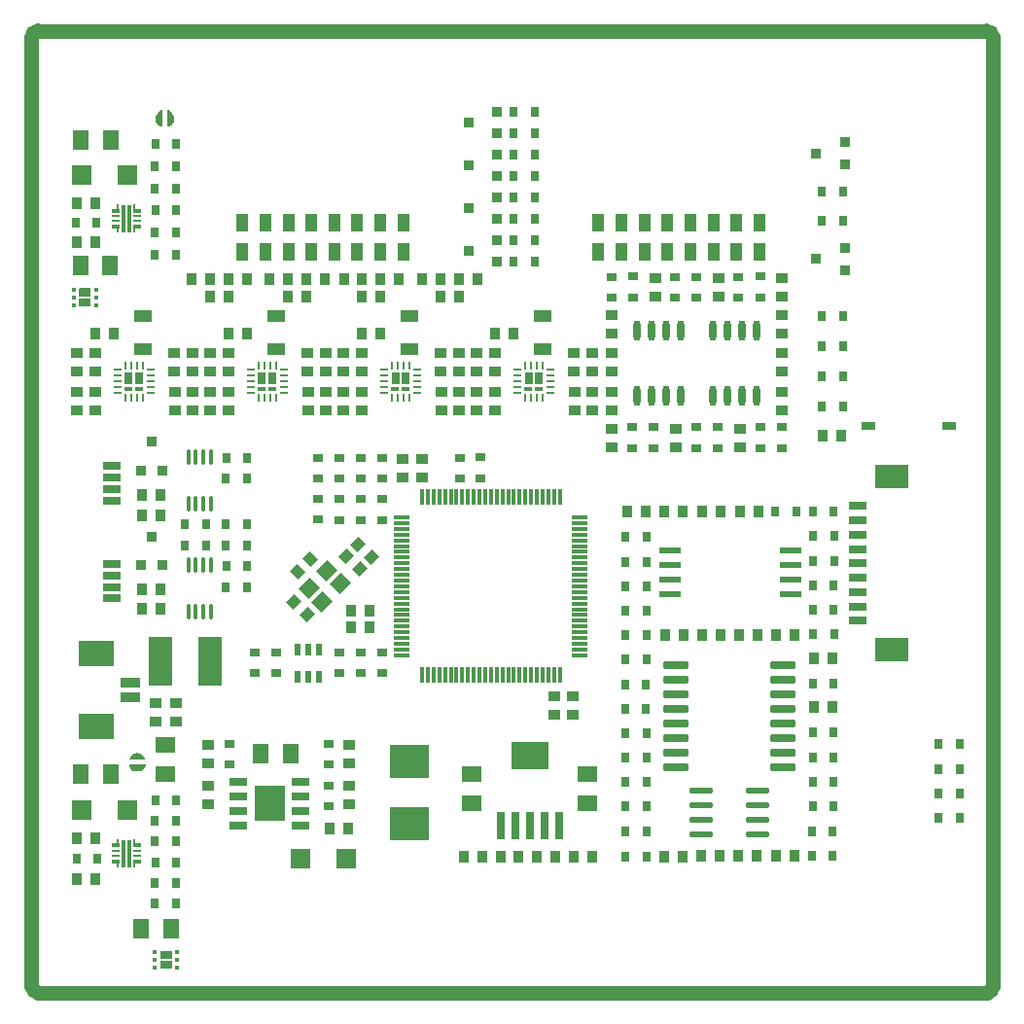
<source format=gbr>
G04*
G04 #@! TF.GenerationSoftware,Altium Limited,Altium Designer,24.1.2 (44)*
G04*
G04 Layer_Color=8421504*
%FSLAX44Y44*%
%MOMM*%
G71*
G04*
G04 #@! TF.SameCoordinates,1E1B0E3F-32AE-4E86-94FA-F8EE38DC9C5D*
G04*
G04*
G04 #@! TF.FilePolarity,Positive*
G04*
G01*
G75*
%ADD25C,1.2300*%
G04:AMPARAMS|DCode=26|XSize=2.16mm|YSize=0.72mm|CornerRadius=0.18mm|HoleSize=0mm|Usage=FLASHONLY|Rotation=0.000|XOffset=0mm|YOffset=0mm|HoleType=Round|Shape=RoundedRectangle|*
%AMROUNDEDRECTD26*
21,1,2.1600,0.3600,0,0,0.0*
21,1,1.8000,0.7200,0,0,0.0*
1,1,0.3600,0.9000,-0.1800*
1,1,0.3600,-0.9000,-0.1800*
1,1,0.3600,-0.9000,0.1800*
1,1,0.3600,0.9000,0.1800*
%
%ADD26ROUNDEDRECTD26*%
%ADD27R,0.3300X1.3500*%
%ADD28R,1.3500X0.3300*%
%ADD29R,0.9000X0.8000*%
%ADD30R,1.2000X0.8000*%
%ADD31R,0.9000X1.0000*%
%ADD32R,2.0000X4.2000*%
%ADD33R,1.0000X0.9000*%
%ADD34R,0.4500X0.3000*%
%ADD35R,1.4000X1.8000*%
%ADD36R,1.8000X1.8000*%
%ADD37R,0.8000X0.9000*%
G04:AMPARAMS|DCode=38|XSize=1mm|YSize=0.9mm|CornerRadius=0mm|HoleSize=0mm|Usage=FLASHONLY|Rotation=225.000|XOffset=0mm|YOffset=0mm|HoleType=Round|Shape=Rectangle|*
%AMROTATEDRECTD38*
4,1,4,0.0354,0.6718,0.6718,0.0354,-0.0354,-0.6718,-0.6718,-0.0354,0.0354,0.6718,0.0*
%
%ADD38ROTATEDRECTD38*%

%ADD39R,0.9500X0.9000*%
%ADD40R,0.6500X0.2500*%
%ADD41R,0.6500X0.3000*%
%ADD42R,0.2500X0.6500*%
%ADD43R,0.3000X2.4000*%
%ADD44R,1.6000X0.8000*%
%ADD45R,3.0000X2.1000*%
%ADD46R,1.0000X1.5000*%
%ADD47R,1.5000X1.0000*%
%ADD48O,0.3500X1.4000*%
%ADD49O,0.6000X1.8000*%
%ADD50R,0.6500X0.3000*%
%ADD51R,0.7000X1.0000*%
%ADD52R,0.6500X0.2286*%
%ADD53R,1.5494X0.6604*%
%ADD54R,3.0988X2.2098*%
%ADD55R,1.7018X0.8128*%
%ADD56R,0.6000X1.0000*%
G04:AMPARAMS|DCode=57|XSize=1.4mm|YSize=1.2mm|CornerRadius=0mm|HoleSize=0mm|Usage=FLASHONLY|Rotation=45.000|XOffset=0mm|YOffset=0mm|HoleType=Round|Shape=Rectangle|*
%AMROTATEDRECTD57*
4,1,4,-0.0707,-0.9192,-0.9192,-0.0707,0.0707,0.9192,0.9192,0.0707,-0.0707,-0.9192,0.0*
%
%ADD57ROTATEDRECTD57*%

G04:AMPARAMS|DCode=58|XSize=1mm|YSize=0.9mm|CornerRadius=0mm|HoleSize=0mm|Usage=FLASHONLY|Rotation=315.000|XOffset=0mm|YOffset=0mm|HoleType=Round|Shape=Rectangle|*
%AMROTATEDRECTD58*
4,1,4,-0.6718,0.0354,-0.0354,0.6718,0.6718,-0.0354,0.0354,-0.6718,-0.6718,0.0354,0.0*
%
%ADD58ROTATEDRECTD58*%

%ADD59R,1.8000X1.4000*%
G04:AMPARAMS|DCode=60|XSize=0.7mm|YSize=2.4mm|CornerRadius=0.049mm|HoleSize=0mm|Usage=FLASHONLY|Rotation=180.000|XOffset=0mm|YOffset=0mm|HoleType=Round|Shape=RoundedRectangle|*
%AMROUNDEDRECTD60*
21,1,0.7000,2.3020,0,0,180.0*
21,1,0.6020,2.4000,0,0,180.0*
1,1,0.0980,-0.3010,1.1510*
1,1,0.0980,0.3010,1.1510*
1,1,0.0980,0.3010,-1.1510*
1,1,0.0980,-0.3010,-1.1510*
%
%ADD60ROUNDEDRECTD60*%
G04:AMPARAMS|DCode=61|XSize=3.2mm|YSize=2.4mm|CornerRadius=0.048mm|HoleSize=0mm|Usage=FLASHONLY|Rotation=180.000|XOffset=0mm|YOffset=0mm|HoleType=Round|Shape=RoundedRectangle|*
%AMROUNDEDRECTD61*
21,1,3.2000,2.3040,0,0,180.0*
21,1,3.1040,2.4000,0,0,180.0*
1,1,0.0960,-1.5520,1.1520*
1,1,0.0960,1.5520,1.1520*
1,1,0.0960,1.5520,-1.1520*
1,1,0.0960,-1.5520,-1.1520*
%
%ADD61ROUNDEDRECTD61*%
%ADD62R,3.5000X2.9500*%
G04:AMPARAMS|DCode=63|XSize=1.55mm|YSize=0.6mm|CornerRadius=0.03mm|HoleSize=0mm|Usage=FLASHONLY|Rotation=180.000|XOffset=0mm|YOffset=0mm|HoleType=Round|Shape=RoundedRectangle|*
%AMROUNDEDRECTD63*
21,1,1.5500,0.5400,0,0,180.0*
21,1,1.4900,0.6000,0,0,180.0*
1,1,0.0600,-0.7450,0.2700*
1,1,0.0600,0.7450,0.2700*
1,1,0.0600,0.7450,-0.2700*
1,1,0.0600,-0.7450,-0.2700*
%
%ADD63ROUNDEDRECTD63*%
G04:AMPARAMS|DCode=64|XSize=1.96mm|YSize=0.57mm|CornerRadius=0.1397mm|HoleSize=0mm|Usage=FLASHONLY|Rotation=0.000|XOffset=0mm|YOffset=0mm|HoleType=Round|Shape=RoundedRectangle|*
%AMROUNDEDRECTD64*
21,1,1.9600,0.2907,0,0,0.0*
21,1,1.6807,0.5700,0,0,0.0*
1,1,0.2793,0.8404,-0.1454*
1,1,0.2793,-0.8404,-0.1454*
1,1,0.2793,-0.8404,0.1454*
1,1,0.2793,0.8404,0.1454*
%
%ADD64ROUNDEDRECTD64*%
%ADD65R,1.9539X0.5821*%
%ADD66R,0.9000X0.9500*%
G36*
X125085Y774745D02*
X126056Y774404D01*
X126971Y773933D01*
X127812Y773342D01*
X128566Y772641D01*
X129216Y771844D01*
X129752Y770966D01*
X130163Y770023D01*
X130441Y769033D01*
X130581Y768014D01*
Y766985D01*
X130441Y765966D01*
X130163Y764976D01*
X129752Y764032D01*
X129216Y763154D01*
X128566Y762357D01*
X127812Y761657D01*
X126971Y761066D01*
X126056Y760595D01*
X125085Y760254D01*
X124581Y760151D01*
X124581Y774848D01*
X124581D01*
X125085Y774745D01*
D02*
G37*
G36*
X120421Y760147D02*
X120421D01*
X119917Y760250D01*
X118947Y760592D01*
X118032Y761062D01*
X117191Y761654D01*
X116437Y762354D01*
X115787Y763151D01*
X115251Y764029D01*
X114840Y764972D01*
X114562Y765963D01*
X114421Y766982D01*
X114421Y768010D01*
X114562Y769029D01*
X114840Y770020D01*
X115251Y770963D01*
X115787Y771841D01*
X116437Y772638D01*
X117191Y773338D01*
X118032Y773930D01*
X118947Y774400D01*
X119917Y774742D01*
X120421Y774845D01*
X120421Y760147D01*
D02*
G37*
G36*
X57359Y619487D02*
X57451Y619459D01*
X57535Y619414D01*
X57610Y619353D01*
X57670Y619279D01*
X57716Y619194D01*
X57744Y619102D01*
X57753Y619007D01*
Y612987D01*
X57744Y612891D01*
X57716Y612799D01*
X57670Y612715D01*
X57610Y612640D01*
X57535Y612579D01*
X57451Y612534D01*
X57359Y612506D01*
X57263Y612497D01*
X48243D01*
X48147Y612506D01*
X48056Y612534D01*
X47971Y612579D01*
X47897Y612640D01*
X47836Y612715D01*
X47790Y612799D01*
X47762Y612891D01*
X47753Y612987D01*
Y619007D01*
X47762Y619102D01*
X47790Y619194D01*
X47836Y619279D01*
X47897Y619353D01*
X47971Y619414D01*
X48056Y619459D01*
X48147Y619487D01*
X48243Y619497D01*
X57263D01*
X57359Y619487D01*
D02*
G37*
G36*
Y610487D02*
X57451Y610460D01*
X57535Y610414D01*
X57610Y610353D01*
X57670Y610279D01*
X57716Y610194D01*
X57744Y610102D01*
X57753Y610007D01*
Y603987D01*
X57744Y603891D01*
X57716Y603799D01*
X57670Y603715D01*
X57610Y603640D01*
X57535Y603579D01*
X57451Y603534D01*
X57359Y603506D01*
X57263Y603497D01*
X48243D01*
X48147Y603506D01*
X48056Y603534D01*
X47971Y603579D01*
X47897Y603640D01*
X47836Y603715D01*
X47790Y603799D01*
X47762Y603891D01*
X47753Y603987D01*
Y610007D01*
X47762Y610102D01*
X47790Y610194D01*
X47836Y610279D01*
X47897Y610353D01*
X47971Y610414D01*
X48056Y610460D01*
X48147Y610487D01*
X48243Y610497D01*
X57263D01*
X57359Y610487D01*
D02*
G37*
G36*
X100086Y214691D02*
X101076Y214412D01*
X102019Y214002D01*
X102898Y213466D01*
X103694Y212815D01*
X104395Y212062D01*
X104986Y211220D01*
X105457Y210306D01*
X105798Y209335D01*
X105901Y208831D01*
X91204Y208831D01*
Y208831D01*
X91307Y209335D01*
X91648Y210306D01*
X92119Y211220D01*
X92710Y212062D01*
X93411Y212815D01*
X94208Y213466D01*
X95086Y214002D01*
X96029Y214412D01*
X97019Y214691D01*
X98038Y214831D01*
X99067D01*
X100086Y214691D01*
D02*
G37*
G36*
X105904Y204671D02*
X105801Y204167D01*
X105460Y203197D01*
X104989Y202282D01*
X104398Y201440D01*
X103698Y200687D01*
X102901Y200036D01*
X102023Y199501D01*
X101080Y199090D01*
X100089Y198812D01*
X99070Y198671D01*
X98041D01*
X97022Y198812D01*
X96032Y199090D01*
X95089Y199501D01*
X94211Y200036D01*
X93414Y200687D01*
X92713Y201440D01*
X92122Y202282D01*
X91652Y203197D01*
X91310Y204167D01*
X91207Y204671D01*
X105904Y204671D01*
Y204671D01*
D02*
G37*
G36*
X226753Y155497D02*
X200753D01*
Y186497D01*
X226753D01*
Y155497D01*
D02*
G37*
G36*
X128278Y42832D02*
X128370Y42804D01*
X128454Y42759D01*
X128529Y42698D01*
X128590Y42624D01*
X128635Y42539D01*
X128663Y42447D01*
X128672Y42352D01*
Y36332D01*
X128663Y36236D01*
X128635Y36144D01*
X128590Y36060D01*
X128529Y35985D01*
X128454Y35924D01*
X128370Y35879D01*
X128278Y35851D01*
X128182Y35842D01*
X119162D01*
X119066Y35851D01*
X118975Y35879D01*
X118890Y35924D01*
X118816Y35985D01*
X118755Y36060D01*
X118709Y36144D01*
X118682Y36236D01*
X118672Y36332D01*
Y42352D01*
X118682Y42447D01*
X118709Y42539D01*
X118755Y42624D01*
X118816Y42698D01*
X118890Y42759D01*
X118975Y42804D01*
X119066Y42832D01*
X119162Y42842D01*
X128182D01*
X128278Y42832D01*
D02*
G37*
G36*
Y33832D02*
X128370Y33805D01*
X128454Y33759D01*
X128529Y33698D01*
X128590Y33624D01*
X128635Y33539D01*
X128663Y33447D01*
X128672Y33352D01*
Y27332D01*
X128663Y27236D01*
X128635Y27144D01*
X128590Y27060D01*
X128529Y26985D01*
X128454Y26924D01*
X128370Y26879D01*
X128278Y26851D01*
X128182Y26842D01*
X119162D01*
X119066Y26851D01*
X118975Y26879D01*
X118890Y26924D01*
X118816Y26985D01*
X118755Y27060D01*
X118709Y27144D01*
X118682Y27236D01*
X118672Y27332D01*
Y33352D01*
X118682Y33447D01*
X118709Y33539D01*
X118755Y33624D01*
X118816Y33698D01*
X118890Y33759D01*
X118975Y33805D01*
X119066Y33832D01*
X119162Y33842D01*
X128182D01*
X128278Y33832D01*
D02*
G37*
D25*
X843653Y837997D02*
G03*
X838020Y843646I-5650J0D01*
G01*
X838003Y6347D02*
G03*
X843653Y11984I0J5650D01*
G01*
X6353Y11997D02*
G03*
X11991Y6347I5650J0D01*
G01*
X12003Y843647D02*
G03*
X6353Y838009I0J-5650D01*
G01*
X12003Y6347D02*
X837978Y6347D01*
X12021Y843647D02*
X838003Y843646D01*
X843653Y11997D02*
X843653Y837971D01*
X6353Y12022D02*
X6353Y837997D01*
D26*
X660519Y291167D02*
D03*
Y278467D02*
D03*
Y265767D02*
D03*
Y253067D02*
D03*
Y240367D02*
D03*
Y227667D02*
D03*
Y214967D02*
D03*
Y202267D02*
D03*
X567519D02*
D03*
Y214967D02*
D03*
Y227667D02*
D03*
Y240367D02*
D03*
Y253067D02*
D03*
Y265767D02*
D03*
Y278467D02*
D03*
Y291167D02*
D03*
D27*
X366390Y437539D02*
D03*
X371390D02*
D03*
X376390D02*
D03*
X381390D02*
D03*
X386390D02*
D03*
X391390D02*
D03*
X396390D02*
D03*
X401390D02*
D03*
X406390D02*
D03*
X411390D02*
D03*
X416390D02*
D03*
X421390D02*
D03*
X426390D02*
D03*
X431390D02*
D03*
X436390D02*
D03*
X441390D02*
D03*
X446390D02*
D03*
X451390D02*
D03*
X406390Y282539D02*
D03*
X401390D02*
D03*
X396390Y282539D02*
D03*
X391390D02*
D03*
X386390Y282539D02*
D03*
X381390D02*
D03*
X376390D02*
D03*
X371390D02*
D03*
X366390D02*
D03*
X361390Y282539D02*
D03*
X356390Y282539D02*
D03*
X351390D02*
D03*
X346390D02*
D03*
Y437539D02*
D03*
X351390D02*
D03*
X356390D02*
D03*
X361390D02*
D03*
X466390Y282539D02*
D03*
X461390D02*
D03*
X456390D02*
D03*
X451390D02*
D03*
X426390Y282539D02*
D03*
X421390Y282539D02*
D03*
X416390D02*
D03*
X411390D02*
D03*
X456390Y437539D02*
D03*
X461390D02*
D03*
X466390D02*
D03*
X446390Y282539D02*
D03*
X441390D02*
D03*
X436390D02*
D03*
X431390D02*
D03*
D28*
X328890Y300039D02*
D03*
Y305039D02*
D03*
Y310039D02*
D03*
Y315039D02*
D03*
Y320039D02*
D03*
Y325039D02*
D03*
Y330039D02*
D03*
Y335039D02*
D03*
X483890Y335039D02*
D03*
Y330039D02*
D03*
Y325039D02*
D03*
Y320039D02*
D03*
Y315039D02*
D03*
Y310039D02*
D03*
Y305039D02*
D03*
Y300039D02*
D03*
X328890Y340039D02*
D03*
Y345039D02*
D03*
Y350039D02*
D03*
Y355039D02*
D03*
Y360039D02*
D03*
Y365039D02*
D03*
Y370039D02*
D03*
Y375039D02*
D03*
Y380039D02*
D03*
Y385039D02*
D03*
Y390039D02*
D03*
Y395039D02*
D03*
Y400039D02*
D03*
Y405039D02*
D03*
Y410039D02*
D03*
Y415039D02*
D03*
Y420039D02*
D03*
X483890D02*
D03*
Y415039D02*
D03*
Y410039D02*
D03*
X483890Y405039D02*
D03*
X483890Y400039D02*
D03*
Y395039D02*
D03*
Y390039D02*
D03*
Y385039D02*
D03*
Y380039D02*
D03*
X483890Y375039D02*
D03*
Y370039D02*
D03*
X483890Y365039D02*
D03*
Y360039D02*
D03*
Y355039D02*
D03*
Y350039D02*
D03*
Y345039D02*
D03*
X483890Y340039D02*
D03*
D29*
X311598Y471842D02*
D03*
X311600Y453683D02*
D03*
X293062Y453680D02*
D03*
X293061Y471838D02*
D03*
X274524D02*
D03*
X274525Y453680D02*
D03*
X255988D02*
D03*
X255987Y471838D02*
D03*
X265373Y222888D02*
D03*
X265374Y204729D02*
D03*
X265373Y186637D02*
D03*
X265374Y168478D02*
D03*
X178467Y222888D02*
D03*
X178468Y204729D02*
D03*
X659640Y480321D02*
D03*
X659639Y498480D02*
D03*
X641009D02*
D03*
X641010Y480321D02*
D03*
X603745Y498480D02*
D03*
X603746Y480321D02*
D03*
X585113Y498480D02*
D03*
X585115Y480321D02*
D03*
X547851Y498480D02*
D03*
X547852Y480321D02*
D03*
X529222D02*
D03*
X529221Y498480D02*
D03*
X311598Y435878D02*
D03*
X311600Y417719D02*
D03*
X293061Y435878D02*
D03*
X293062Y417719D02*
D03*
X274524Y435878D02*
D03*
X274525Y417719D02*
D03*
X255987Y436502D02*
D03*
X255988Y418343D02*
D03*
X200627Y284299D02*
D03*
X200626Y302457D02*
D03*
X219450Y284299D02*
D03*
X219449Y302457D02*
D03*
X311598D02*
D03*
X311600Y284299D02*
D03*
X293061Y302457D02*
D03*
X293062Y284299D02*
D03*
X274524Y302457D02*
D03*
X274525Y284299D02*
D03*
X379721Y453894D02*
D03*
X379720Y472053D02*
D03*
X396848Y472432D02*
D03*
X396850Y454273D02*
D03*
X529879Y629986D02*
D03*
X529880Y611827D02*
D03*
X566698Y611448D02*
D03*
X566697Y629607D02*
D03*
X585105D02*
D03*
X585106Y611448D02*
D03*
X621922Y629607D02*
D03*
X621923Y611448D02*
D03*
X640838Y611827D02*
D03*
X640837Y629986D02*
D03*
X511471Y629607D02*
D03*
X511473Y611448D02*
D03*
D30*
X805003Y499997D02*
D03*
X735003D02*
D03*
D31*
X670281Y125614D02*
D03*
X654281D02*
D03*
X637899D02*
D03*
X621899D02*
D03*
X589517D02*
D03*
X605517D02*
D03*
X557136Y124958D02*
D03*
X573136D02*
D03*
X46003Y104997D02*
D03*
X62003D02*
D03*
X61863Y140600D02*
D03*
X45862D02*
D03*
X284670Y338680D02*
D03*
X300670D02*
D03*
Y324371D02*
D03*
X284670D02*
D03*
X281709Y148747D02*
D03*
X265709D02*
D03*
X494669Y124958D02*
D03*
X478669D02*
D03*
X446644D02*
D03*
X462644D02*
D03*
X430619D02*
D03*
X414619D02*
D03*
X398594D02*
D03*
X382594D02*
D03*
X639116Y425006D02*
D03*
X623116D02*
D03*
X590303D02*
D03*
X606303D02*
D03*
X573490D02*
D03*
X557490D02*
D03*
X541254D02*
D03*
X525254D02*
D03*
X61983Y659997D02*
D03*
X45983D02*
D03*
X61983Y693329D02*
D03*
X45983D02*
D03*
X178033Y612645D02*
D03*
X162033D02*
D03*
X245495Y611883D02*
D03*
X229495D02*
D03*
X378812D02*
D03*
X362812D02*
D03*
X310310D02*
D03*
X294310D02*
D03*
X178033Y580255D02*
D03*
X194033D02*
D03*
X62002D02*
D03*
X78002D02*
D03*
X294065D02*
D03*
X310065D02*
D03*
X410096D02*
D03*
X426096D02*
D03*
X711332Y491167D02*
D03*
X695332D02*
D03*
X687770Y254826D02*
D03*
X703770D02*
D03*
X687770Y297596D02*
D03*
X703770D02*
D03*
X606030Y317502D02*
D03*
X590029D02*
D03*
X670543D02*
D03*
X654543D02*
D03*
X638667D02*
D03*
X622667D02*
D03*
X574408D02*
D03*
X558408D02*
D03*
X102959Y421891D02*
D03*
X118959D02*
D03*
X118959Y439179D02*
D03*
X102959D02*
D03*
X118959Y340085D02*
D03*
X102959D02*
D03*
Y357371D02*
D03*
X118959D02*
D03*
X213495Y627123D02*
D03*
X229495D02*
D03*
X346812Y627119D02*
D03*
X362812D02*
D03*
X278310Y627123D02*
D03*
X294310D02*
D03*
X162033D02*
D03*
X146033D02*
D03*
X378812D02*
D03*
X394812D02*
D03*
X245495D02*
D03*
X261495D02*
D03*
X310310Y627119D02*
D03*
X326310D02*
D03*
X178033Y627123D02*
D03*
X194033D02*
D03*
D32*
X161703Y294997D02*
D03*
X118303D02*
D03*
D33*
X114003Y241997D02*
D03*
Y257997D02*
D03*
X131959Y241997D02*
D03*
Y257997D02*
D03*
X283010Y205748D02*
D03*
Y221748D02*
D03*
Y169997D02*
D03*
Y185997D02*
D03*
X160415Y205748D02*
D03*
Y221748D02*
D03*
X160253Y169997D02*
D03*
Y185997D02*
D03*
X623277Y480821D02*
D03*
Y496821D02*
D03*
X567383D02*
D03*
Y480821D02*
D03*
X511489Y496821D02*
D03*
Y480821D02*
D03*
X177715Y513317D02*
D03*
Y529317D02*
D03*
X162180D02*
D03*
Y513317D02*
D03*
X146778D02*
D03*
Y529317D02*
D03*
X131109Y513317D02*
D03*
Y529317D02*
D03*
X477822Y248118D02*
D03*
Y264118D02*
D03*
X461390Y263862D02*
D03*
Y247862D02*
D03*
X511473Y513317D02*
D03*
Y529317D02*
D03*
X549188Y628467D02*
D03*
Y612467D02*
D03*
X604414D02*
D03*
Y628467D02*
D03*
X659639Y612467D02*
D03*
Y628467D02*
D03*
X146778Y563116D02*
D03*
Y547116D02*
D03*
X162060Y563116D02*
D03*
Y547116D02*
D03*
X177715Y563116D02*
D03*
Y547116D02*
D03*
X246780Y563116D02*
D03*
Y547116D02*
D03*
X262810Y563116D02*
D03*
Y547116D02*
D03*
X278091Y563116D02*
D03*
Y547116D02*
D03*
X293746Y563116D02*
D03*
Y547116D02*
D03*
X247141Y513317D02*
D03*
Y529317D02*
D03*
X262810Y513317D02*
D03*
Y529317D02*
D03*
X278211D02*
D03*
Y513317D02*
D03*
X293746D02*
D03*
Y529317D02*
D03*
X363172Y513317D02*
D03*
Y529317D02*
D03*
X378841Y513317D02*
D03*
Y529317D02*
D03*
X394242D02*
D03*
Y513317D02*
D03*
X409778D02*
D03*
Y529317D02*
D03*
X494872Y513317D02*
D03*
Y529317D02*
D03*
X659639Y547284D02*
D03*
Y563284D02*
D03*
Y513317D02*
D03*
Y529317D02*
D03*
Y596101D02*
D03*
Y580101D02*
D03*
X511473Y563284D02*
D03*
Y547284D02*
D03*
Y596101D02*
D03*
Y580101D02*
D03*
X46028Y547116D02*
D03*
Y563116D02*
D03*
X362812Y547116D02*
D03*
Y563116D02*
D03*
X378841Y547116D02*
D03*
Y563116D02*
D03*
X130749Y547116D02*
D03*
Y563116D02*
D03*
X61684Y547116D02*
D03*
Y563116D02*
D03*
X479203Y529317D02*
D03*
Y513317D02*
D03*
X478843Y547116D02*
D03*
Y563116D02*
D03*
X409778Y547116D02*
D03*
Y563116D02*
D03*
X46149Y513317D02*
D03*
Y529317D02*
D03*
X61684D02*
D03*
Y513317D02*
D03*
X494872Y547116D02*
D03*
Y563116D02*
D03*
X394122Y547116D02*
D03*
Y563116D02*
D03*
X346756Y471076D02*
D03*
Y455076D02*
D03*
X329600Y455074D02*
D03*
Y471074D02*
D03*
D34*
X113922Y28342D02*
D03*
Y34842D02*
D03*
Y41342D02*
D03*
X133422D02*
D03*
Y34842D02*
D03*
Y28342D02*
D03*
X62503Y617997D02*
D03*
Y611497D02*
D03*
Y604997D02*
D03*
X43003D02*
D03*
Y611497D02*
D03*
Y617997D02*
D03*
D35*
X102007Y62085D02*
D03*
X128006D02*
D03*
X49215Y196210D02*
D03*
X75215D02*
D03*
X205983Y214248D02*
D03*
X231983D02*
D03*
X49019Y639431D02*
D03*
X75019D02*
D03*
X49336Y748939D02*
D03*
X75336D02*
D03*
D36*
X89884Y165607D02*
D03*
X49884D02*
D03*
X50005Y718336D02*
D03*
X90005D02*
D03*
X280503Y122744D02*
D03*
X240503D02*
D03*
D37*
X45735Y122996D02*
D03*
X63894Y122997D02*
D03*
X132023Y83519D02*
D03*
X113864Y83518D02*
D03*
Y101613D02*
D03*
X132023Y101614D02*
D03*
X114241Y119709D02*
D03*
X132400Y119711D02*
D03*
X132023Y137805D02*
D03*
X113864Y137804D02*
D03*
X132023Y155901D02*
D03*
X113864Y155900D02*
D03*
X114112Y173997D02*
D03*
X132271Y173998D02*
D03*
X523735Y124958D02*
D03*
X541894Y124959D02*
D03*
X523735Y146934D02*
D03*
X541894Y146935D02*
D03*
X523735Y168255D02*
D03*
X541894Y168256D02*
D03*
X523735Y189576D02*
D03*
X541894Y189577D02*
D03*
Y210898D02*
D03*
X523735Y210896D02*
D03*
X541894Y232218D02*
D03*
X523735Y232217D02*
D03*
X541386Y253539D02*
D03*
X523227Y253538D02*
D03*
Y274859D02*
D03*
X541386Y274860D02*
D03*
X541894Y296181D02*
D03*
X523735Y296180D02*
D03*
X541894Y317502D02*
D03*
X523735Y317501D02*
D03*
X541894Y338823D02*
D03*
X523735Y338822D02*
D03*
X541894Y360144D02*
D03*
X523735Y360143D02*
D03*
Y381463D02*
D03*
X541894Y381465D02*
D03*
X523735Y402784D02*
D03*
X541894Y402785D02*
D03*
X686735Y425005D02*
D03*
X704894Y425006D02*
D03*
X653901Y425005D02*
D03*
X672060Y425006D02*
D03*
X44964Y676440D02*
D03*
X63123Y676441D02*
D03*
X694612Y516550D02*
D03*
X712771Y516551D02*
D03*
X814289Y158385D02*
D03*
X796131Y158384D02*
D03*
X796129Y179769D02*
D03*
X814288Y179771D02*
D03*
X796129Y201154D02*
D03*
X814288Y201156D02*
D03*
X796129Y222539D02*
D03*
X814288Y222541D02*
D03*
X686751Y168384D02*
D03*
X704910Y168386D02*
D03*
X686924Y318080D02*
D03*
X705083Y318081D02*
D03*
X704894Y360851D02*
D03*
X686735Y360850D02*
D03*
X704894Y339466D02*
D03*
X686735Y339465D02*
D03*
X705083Y382236D02*
D03*
X686924Y382235D02*
D03*
X705083Y403621D02*
D03*
X686924Y403620D02*
D03*
X703803Y125615D02*
D03*
X685644Y125614D02*
D03*
X685644Y146999D02*
D03*
X703803Y147000D02*
D03*
X686751Y189769D02*
D03*
X704910Y189771D02*
D03*
Y211156D02*
D03*
X686751Y211154D02*
D03*
Y232539D02*
D03*
X704910Y232541D02*
D03*
X686751Y275310D02*
D03*
X704910Y275311D02*
D03*
X194253Y472092D02*
D03*
X176094Y472091D02*
D03*
X194161Y377602D02*
D03*
X176002Y377601D02*
D03*
X140184Y395815D02*
D03*
X158343Y395816D02*
D03*
X175625Y453996D02*
D03*
X193784Y453997D02*
D03*
X193768Y359432D02*
D03*
X175609Y359431D02*
D03*
X158343Y413810D02*
D03*
X140184Y413809D02*
D03*
X175715Y413808D02*
D03*
X193874Y413809D02*
D03*
X175715Y395577D02*
D03*
X193874Y395578D02*
D03*
X712597Y542833D02*
D03*
X694438Y542832D02*
D03*
Y569114D02*
D03*
X712597Y569116D02*
D03*
X694438Y703374D02*
D03*
X712597Y703375D02*
D03*
Y595398D02*
D03*
X694438Y595397D02*
D03*
Y678431D02*
D03*
X712597Y678432D02*
D03*
X113985Y648997D02*
D03*
X132143Y648998D02*
D03*
Y668197D02*
D03*
X113985Y668196D02*
D03*
X132521Y687398D02*
D03*
X114362Y687397D02*
D03*
X132143Y706597D02*
D03*
X113985Y706596D02*
D03*
X132143Y725797D02*
D03*
X113985Y725796D02*
D03*
X132346Y744998D02*
D03*
X114187Y744997D02*
D03*
X426341Y698369D02*
D03*
X444500Y698370D02*
D03*
X426341Y642458D02*
D03*
X444500Y642459D02*
D03*
Y772919D02*
D03*
X426341Y772918D02*
D03*
Y717006D02*
D03*
X444500Y717007D02*
D03*
Y754282D02*
D03*
X426341Y754280D02*
D03*
Y735643D02*
D03*
X444500Y735645D02*
D03*
X426341Y679732D02*
D03*
X444500Y679733D02*
D03*
X426341Y661095D02*
D03*
X444500Y661096D02*
D03*
D38*
X302215Y385083D02*
D03*
X290902Y396397D02*
D03*
X280775Y386467D02*
D03*
X292089Y375153D02*
D03*
X234963Y346455D02*
D03*
X246276Y335141D02*
D03*
D39*
X411993Y661458D02*
D03*
X386993Y651958D02*
D03*
X411993Y642458D02*
D03*
Y698696D02*
D03*
X386993Y689196D02*
D03*
X411993Y679696D02*
D03*
Y735934D02*
D03*
X386993Y726434D02*
D03*
X411993Y716934D02*
D03*
Y754172D02*
D03*
X386993Y763672D02*
D03*
X411993Y773172D02*
D03*
X714305Y654403D02*
D03*
Y635403D02*
D03*
X689305Y644903D02*
D03*
X714305Y746605D02*
D03*
Y727605D02*
D03*
X689305Y737105D02*
D03*
D40*
X97992Y125175D02*
D03*
X98021Y129666D02*
D03*
X79522Y125175D02*
D03*
Y129666D02*
D03*
X79642Y682395D02*
D03*
Y677904D02*
D03*
X98142Y682395D02*
D03*
X98112Y677904D02*
D03*
X429433Y528337D02*
D03*
Y533337D02*
D03*
Y543337D02*
D03*
Y548337D02*
D03*
X457933D02*
D03*
Y543337D02*
D03*
Y538337D02*
D03*
Y533337D02*
D03*
Y528337D02*
D03*
X81339D02*
D03*
Y533337D02*
D03*
Y543337D02*
D03*
Y548337D02*
D03*
X109839D02*
D03*
Y543337D02*
D03*
Y538337D02*
D03*
Y533337D02*
D03*
Y528337D02*
D03*
X225870D02*
D03*
Y533337D02*
D03*
Y538337D02*
D03*
Y543337D02*
D03*
Y548337D02*
D03*
X197370D02*
D03*
Y543337D02*
D03*
Y533337D02*
D03*
Y528337D02*
D03*
X341902D02*
D03*
Y533337D02*
D03*
Y538337D02*
D03*
Y543337D02*
D03*
Y548337D02*
D03*
X313402D02*
D03*
Y543337D02*
D03*
Y533337D02*
D03*
Y528337D02*
D03*
D41*
X97992Y120418D02*
D03*
X79522Y134418D02*
D03*
X98021D02*
D03*
X79522Y120418D02*
D03*
X79642Y673147D02*
D03*
X98142Y687147D02*
D03*
X79642D02*
D03*
X98113Y673147D02*
D03*
D42*
X95992Y118668D02*
D03*
X81522D02*
D03*
X81522Y136168D02*
D03*
X96021D02*
D03*
X96142Y688897D02*
D03*
X81642D02*
D03*
X81642Y671397D02*
D03*
X96113D02*
D03*
X436183Y552437D02*
D03*
Y524237D02*
D03*
X441183D02*
D03*
X446183D02*
D03*
X451183D02*
D03*
X441183Y552437D02*
D03*
X446183D02*
D03*
X451183D02*
D03*
X88089D02*
D03*
Y524237D02*
D03*
X93089D02*
D03*
X98089D02*
D03*
X103089D02*
D03*
X93089Y552437D02*
D03*
X98089D02*
D03*
X103089D02*
D03*
X219121D02*
D03*
X214121D02*
D03*
X209121D02*
D03*
X219121Y524237D02*
D03*
X214121D02*
D03*
X209121D02*
D03*
X204120D02*
D03*
Y552437D02*
D03*
X335152D02*
D03*
X330152D02*
D03*
X325152D02*
D03*
X335152Y524237D02*
D03*
X330152D02*
D03*
X325152D02*
D03*
X320152D02*
D03*
Y552437D02*
D03*
D43*
X86262Y127408D02*
D03*
X91263Y127418D02*
D03*
X91383Y680147D02*
D03*
X86383Y680136D02*
D03*
D44*
X726003Y329997D02*
D03*
Y342497D02*
D03*
Y354997D02*
D03*
Y367497D02*
D03*
Y379997D02*
D03*
Y392497D02*
D03*
Y404997D02*
D03*
Y417497D02*
D03*
Y429997D02*
D03*
D45*
X755003Y455497D02*
D03*
Y304497D02*
D03*
D46*
X640003Y676497D02*
D03*
Y651497D02*
D03*
X620003Y676497D02*
D03*
Y651497D02*
D03*
X600003Y676497D02*
D03*
Y651497D02*
D03*
X580003Y676497D02*
D03*
Y651497D02*
D03*
X560003Y676497D02*
D03*
Y651497D02*
D03*
X540003Y676497D02*
D03*
Y651497D02*
D03*
X520003Y676497D02*
D03*
Y651497D02*
D03*
X500003Y676497D02*
D03*
Y651497D02*
D03*
X190003Y651497D02*
D03*
Y676497D02*
D03*
X210003Y651497D02*
D03*
Y676497D02*
D03*
X230003Y651497D02*
D03*
Y676497D02*
D03*
X250003Y651497D02*
D03*
Y676497D02*
D03*
X270003Y651497D02*
D03*
Y676497D02*
D03*
X290003Y651497D02*
D03*
Y676497D02*
D03*
X310003Y651497D02*
D03*
Y676497D02*
D03*
X330003Y651497D02*
D03*
Y676497D02*
D03*
D47*
X335627Y594990D02*
D03*
Y566527D02*
D03*
X219596Y594990D02*
D03*
Y566527D02*
D03*
X103565Y594990D02*
D03*
Y566527D02*
D03*
X451658Y594990D02*
D03*
Y566527D02*
D03*
D48*
X162381Y378871D02*
D03*
X155881D02*
D03*
X149381D02*
D03*
X142881D02*
D03*
X162381Y337871D02*
D03*
X155881D02*
D03*
X149381D02*
D03*
X142881D02*
D03*
X162381Y472525D02*
D03*
X155881D02*
D03*
X149381D02*
D03*
X142881D02*
D03*
X162381Y431525D02*
D03*
X155881D02*
D03*
X149381D02*
D03*
X142881D02*
D03*
D49*
X637981Y582592D02*
D03*
X625281D02*
D03*
X612581D02*
D03*
X599881D02*
D03*
X637981Y526092D02*
D03*
X625281D02*
D03*
X612581D02*
D03*
X599881D02*
D03*
X533841Y526092D02*
D03*
X546541D02*
D03*
X559241D02*
D03*
X571941D02*
D03*
X533841Y582592D02*
D03*
X546541D02*
D03*
X559241D02*
D03*
X571941D02*
D03*
D50*
X438933Y531834D02*
D03*
X448433D02*
D03*
X90839D02*
D03*
X100339D02*
D03*
X216371D02*
D03*
X206871D02*
D03*
X332402D02*
D03*
X322902D02*
D03*
D51*
X439183Y541337D02*
D03*
X448183D02*
D03*
X91089D02*
D03*
X100089D02*
D03*
X216120D02*
D03*
X207120D02*
D03*
X332152D02*
D03*
X323152D02*
D03*
D52*
X429433Y538337D02*
D03*
X81339D02*
D03*
X197370D02*
D03*
X313402D02*
D03*
D53*
X76215Y464633D02*
D03*
Y454633D02*
D03*
Y444633D02*
D03*
Y434633D02*
D03*
Y349407D02*
D03*
Y359407D02*
D03*
Y369407D02*
D03*
Y379407D02*
D03*
D54*
X63048Y237937D02*
D03*
Y301437D02*
D03*
D55*
X92048Y263437D02*
D03*
Y275937D02*
D03*
D56*
X237849Y280824D02*
D03*
X256849D02*
D03*
X237849Y304824D02*
D03*
X247349D02*
D03*
X256849D02*
D03*
X247349Y280824D02*
D03*
D57*
X259314Y346621D02*
D03*
X274871Y362177D02*
D03*
X263557Y373491D02*
D03*
X248001Y357934D02*
D03*
D58*
X249227Y383654D02*
D03*
X237914Y372340D02*
D03*
D59*
X489971Y170912D02*
D03*
Y196912D02*
D03*
X389387D02*
D03*
Y170912D02*
D03*
X123005Y222169D02*
D03*
Y196169D02*
D03*
D60*
X414587Y152085D02*
D03*
X427287D02*
D03*
X439987D02*
D03*
X452687D02*
D03*
X465387D02*
D03*
D61*
X439987Y212585D02*
D03*
D62*
X335001Y152997D02*
D03*
Y207497D02*
D03*
D63*
X240753Y151947D02*
D03*
Y164647D02*
D03*
Y177347D02*
D03*
Y190047D02*
D03*
X186753D02*
D03*
Y177347D02*
D03*
Y164647D02*
D03*
Y151947D02*
D03*
D64*
X638431Y144342D02*
D03*
Y157042D02*
D03*
Y169742D02*
D03*
Y182442D02*
D03*
X589031D02*
D03*
Y169742D02*
D03*
Y157042D02*
D03*
Y144342D02*
D03*
D65*
X562498Y391047D02*
D03*
Y378347D02*
D03*
Y365647D02*
D03*
Y352947D02*
D03*
X667508D02*
D03*
Y365647D02*
D03*
Y378347D02*
D03*
Y391047D02*
D03*
D66*
X120459Y378235D02*
D03*
X101459D02*
D03*
X110959Y403235D02*
D03*
X120459Y460715D02*
D03*
X101459D02*
D03*
X110959Y485715D02*
D03*
M02*

</source>
